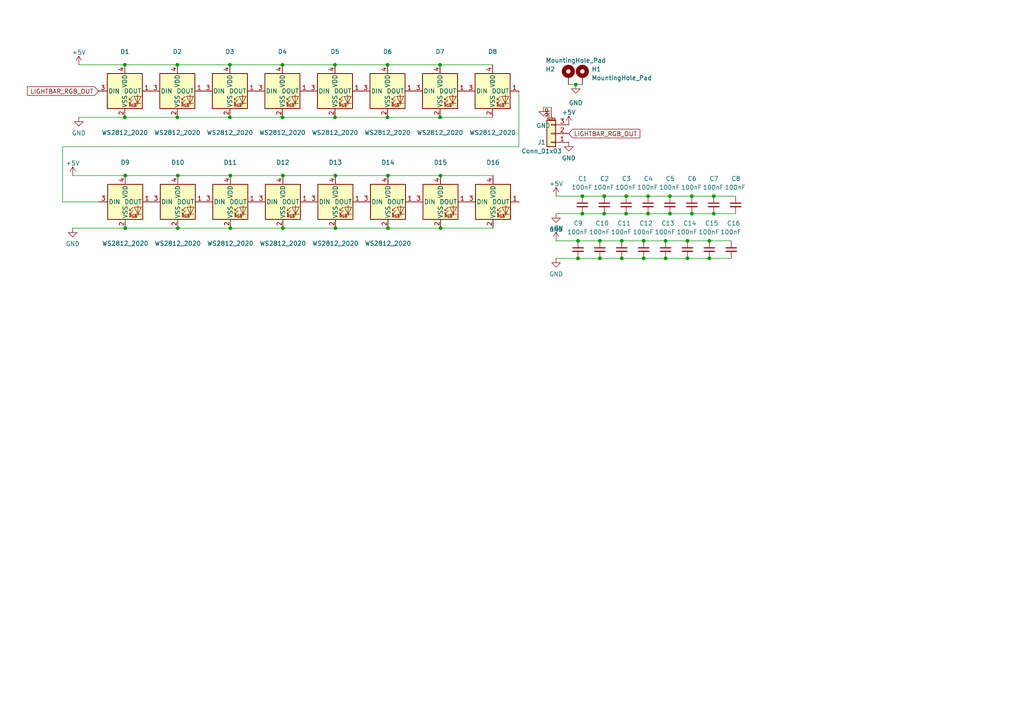
<source format=kicad_sch>
(kicad_sch (version 20230221) (generator eeschema)
  (paper "A4")
  (lib_symbols
    (symbol "Connector_Generic_MountingPin:Conn_01x03_MountingPin" (pin_names (offset 1.016) hide)
      (property "Reference" "J" (at 0 5.08 0))
      (property "Value" "Conn_01x03_MountingPin" (at 1.27 -5.08 0))
      (symbol "Conn_01x03_MountingPin_1_1"
        (rectangle (start -1.27 -2.413) (end 0 -2.667) (stroke (width 0.1524)))
        (rectangle (start -1.27 0.127) (end 0 -0.127) (stroke (width 0.1524)))
        (rectangle (start -1.27 2.667) (end 0 2.413) (stroke (width 0.1524)))
        (rectangle (start -1.27 3.81) (end 1.27 -3.81) (stroke (width 0.254)) (fill (type background)))
        (polyline (pts (xy -1.016 -4.572) (xy 1.016 -4.572)) (stroke (width 0.1524)))
        (text "Mounting" (at 0 -4.191 0) (effects (font (size 0.381 0.381))))
        (pin passive line (at -5.08 2.54 0) (length 3.81) (name "Pin_1") (number "1"))
        (pin passive line (at -5.08 0 0) (length 3.81) (name "Pin_2") (number "2"))
        (pin passive line (at -5.08 -2.54 0) (length 3.81) (name "Pin_3") (number "3"))
        (pin passive line (at 0 -7.62 90) (length 3.048) (name "MountPin") (number "MP"))
      )
    )
    (symbol "Device:C_Small" (pin_numbers hide) (pin_names (offset 0.254) hide)
      (property "Reference" "C" (at 0.254 1.778 0))
      (property "Value" "C_Small" (at 0.254 -2.032 0))
      (symbol "C_Small_0_1"
        (polyline (pts (xy -1.524 -0.508) (xy 1.524 -0.508)) (stroke (width 0.3302)))
        (polyline (pts (xy -1.524 0.508) (xy 1.524 0.508)) (stroke (width 0.3048)))
      )
      (symbol "C_Small_1_1"
        (pin passive line (at 0 2.54 270) (length 2.032) (name "~") (number "1"))
        (pin passive line (at 0 -2.54 90) (length 2.032) (name "~") (number "2"))
      )
    )
    (symbol "GND_1" (power) (pin_names (offset 0))
      (property "Value" "GND" (at 0 -3.81 0))
      (symbol "GND_1_0_1"
        (polyline (pts (xy 0 0) (xy 0 -1.27) (xy 1.27 -1.27) (xy 0 -2.54) (xy -1.27 -1.27) (xy 0 -1.27)))
      )
      (symbol "GND_1_1_1"
        (pin power_in line (at 0 0 270) (length 0) hide (name "GND") (number "1"))
      )
    )
    (symbol "Mechanical:MountingHole_Pad" (pin_numbers hide) (pin_names (offset 1.016) hide)
      (property "Reference" "H" (at 0 6.35 0))
      (property "Value" "MountingHole_Pad" (at 0 4.445 0))
      (symbol "MountingHole_Pad_0_1"
        (circle (center 0 1.27) (radius 1.27) (stroke (width 1.27)))
      )
      (symbol "MountingHole_Pad_1_1"
        (pin input line (at 0 -2.54 90) (length 2.54) (name "1") (number "1"))
      )
    )
    (symbol "marbastlib-various:WS2812_2020" (pin_names (offset 0.254))
      (property "Reference" "D" (at 5.08 5.715 0))
      (property "Value" "WS2812_2020" (at 1.27 -5.715 0))
      (symbol "WS2812_2020_0_0"
        (text "RGB" (at 2.286 -4.191 0) (effects (font (size 0.762 0.762))))
      )
      (symbol "WS2812_2020_0_1"
        (polyline (pts (xy 1.27 -3.556) (xy 1.778 -3.556)))
        (polyline (pts (xy 1.27 -2.54) (xy 1.778 -2.54)))
        (polyline (pts (xy 4.699 -3.556) (xy 2.667 -3.556)))
        (polyline (pts (xy 2.286 -2.54) (xy 1.27 -3.556) (xy 1.27 -3.048)))
        (polyline (pts (xy 2.286 -1.524) (xy 1.27 -2.54) (xy 1.27 -2.032)))
        (polyline (pts (xy 3.683 -1.016) (xy 3.683 -3.556) (xy 3.683 -4.064)))
        (polyline (pts (xy 4.699 -1.524) (xy 2.667 -1.524) (xy 3.683 -3.556) (xy 4.699 -1.524)))
        (rectangle (start 5.08 5.08) (end -5.08 -5.08) (stroke (width 0.254)) (fill (type background)))
      )
      (symbol "WS2812_2020_1_1"
        (pin output line (at 7.62 0 180) (length 2.54) (name "DOUT") (number "1"))
        (pin power_in line (at 0 -7.62 90) (length 2.54) (name "VSS") (number "2"))
        (pin input line (at -7.62 0 0) (length 2.54) (name "DIN") (number "3"))
        (pin power_in line (at 0 7.62 270) (length 2.54) (name "VDD") (number "4"))
      )
    )
    (symbol "power:+5V" (power) (pin_names (offset 0))
      (property "Value" "+5V" (at 0 3.556 0))
      (symbol "+5V_0_1"
        (polyline (pts (xy -0.762 1.27) (xy 0 2.54)))
        (polyline (pts (xy 0 0) (xy 0 2.54)))
        (polyline (pts (xy 0 2.54) (xy 0.762 1.27)))
      )
      (symbol "+5V_1_1"
        (pin power_in line (at 0 0 90) (length 0) hide (name "+5V") (number "1"))
      )
    )
    (symbol "power:GND" (power) (pin_names (offset 0))
      (property "Value" "GND" (at 0 -3.81 0))
      (symbol "GND_0_1"
        (polyline (pts (xy 0 0) (xy 0 -1.27) (xy 1.27 -1.27) (xy 0 -2.54) (xy -1.27 -1.27) (xy 0 -1.27)))
      )
      (symbol "GND_1_1"
        (pin power_in line (at 0 0 270) (length 0) hide (name "GND") (number "1"))
      )
    )
  )
  (junction (at 127.762 66.167))
  (junction (at 168.91 61.976))
  (junction (at 36.322 50.927))
  (junction (at 127.762 50.927))
  (junction (at 81.915 18.796))
  (junction (at 97.282 50.927))
  (junction (at 51.435 18.796))
  (junction (at 97.155 34.036))
  (junction (at 173.99 69.85))
  (junction (at 36.322 66.167))
  (junction (at 199.39 74.93))
  (junction (at 194.31 61.976))
  (junction (at 187.96 61.976))
  (junction (at 112.522 50.927))
  (junction (at 36.195 18.796))
  (junction (at 66.802 66.167))
  (junction (at 82.042 50.927))
  (junction (at 199.39 69.85))
  (junction (at 200.66 56.896))
  (junction (at 66.675 18.796))
  (junction (at 51.562 50.927))
  (junction (at 180.34 74.93))
  (junction (at 175.26 61.976))
  (junction (at 167.64 69.85))
  (junction (at 81.915 34.036))
  (junction (at 51.435 34.036))
  (junction (at 205.74 74.93))
  (junction (at 112.522 66.167))
  (junction (at 82.042 66.167))
  (junction (at 66.802 50.927))
  (junction (at 112.395 18.796))
  (junction (at 66.675 34.036))
  (junction (at 181.61 61.976))
  (junction (at 207.01 56.896))
  (junction (at 193.04 69.85))
  (junction (at 173.99 74.93))
  (junction (at 181.61 56.896))
  (junction (at 127.635 34.036))
  (junction (at 187.96 56.896))
  (junction (at 168.91 56.896))
  (junction (at 97.155 18.796))
  (junction (at 193.04 74.93))
  (junction (at 97.282 66.167))
  (junction (at 175.26 56.896))
  (junction (at 112.395 34.036))
  (junction (at 186.69 74.93))
  (junction (at 194.31 56.896))
  (junction (at 180.34 69.85))
  (junction (at 205.74 69.85))
  (junction (at 167.005 24.511))
  (junction (at 36.195 34.036))
  (junction (at 200.66 61.976))
  (junction (at 186.69 69.85))
  (junction (at 51.562 66.167))
  (junction (at 127.635 18.796))
  (junction (at 207.01 61.976))
  (junction (at 167.64 74.93))
  (wire (pts (xy 18.161 58.547) (xy 28.702 58.547)))
  (wire (pts (xy 187.96 56.896) (xy 194.31 56.896)))
  (wire (pts (xy 127.762 50.927) (xy 143.002 50.927)))
  (wire (pts (xy 97.282 50.927) (xy 112.522 50.927)))
  (wire (pts (xy 180.34 69.85) (xy 186.69 69.85)))
  (wire (pts (xy 127.635 18.796) (xy 112.395 18.796)))
  (wire (pts (xy 173.99 69.85) (xy 180.34 69.85)))
  (wire (pts (xy 97.155 18.796) (xy 81.915 18.796)))
  (wire (pts (xy 36.195 34.036) (xy 51.435 34.036)))
  (wire (pts (xy 82.042 50.927) (xy 97.282 50.927)))
  (wire (pts (xy 97.155 34.036) (xy 112.395 34.036)))
  (wire (pts (xy 200.66 56.896) (xy 207.01 56.896)))
  (wire (pts (xy 181.61 56.896) (xy 187.96 56.896)))
  (wire (pts (xy 168.91 56.896) (xy 175.26 56.896)))
  (wire (pts (xy 97.282 66.167) (xy 112.522 66.167)))
  (wire (pts (xy 193.04 74.93) (xy 199.39 74.93)))
  (wire (pts (xy 142.875 18.796) (xy 127.635 18.796)))
  (wire (pts (xy 157.607 31.115) (xy 159.893 31.115)))
  (wire (pts (xy 207.01 56.896) (xy 213.36 56.896)))
  (wire (pts (xy 167.005 24.511) (xy 168.91 24.511)))
  (wire (pts (xy 51.435 34.036) (xy 66.675 34.036)))
  (wire (pts (xy 205.74 69.85) (xy 212.09 69.85)))
  (wire (pts (xy 22.86 34.036) (xy 36.195 34.036)))
  (wire (pts (xy 207.01 61.976) (xy 213.36 61.976)))
  (wire (pts (xy 127.635 34.036) (xy 142.875 34.036)))
  (wire (pts (xy 205.74 74.93) (xy 212.09 74.93)))
  (wire (pts (xy 187.96 61.976) (xy 194.31 61.976)))
  (wire (pts (xy 161.29 56.896) (xy 168.91 56.896)))
  (wire (pts (xy 18.161 42.545) (xy 18.161 58.547)))
  (wire (pts (xy 161.29 69.85) (xy 167.64 69.85)))
  (wire (pts (xy 168.91 61.976) (xy 175.26 61.976)))
  (wire (pts (xy 150.495 26.416) (xy 150.495 42.545)))
  (wire (pts (xy 186.69 74.93) (xy 193.04 74.93)))
  (wire (pts (xy 164.846 24.511) (xy 167.005 24.511)))
  (wire (pts (xy 112.395 18.796) (xy 97.155 18.796)))
  (wire (pts (xy 82.042 66.167) (xy 97.282 66.167)))
  (wire (pts (xy 175.26 61.976) (xy 181.61 61.976)))
  (wire (pts (xy 66.802 66.167) (xy 82.042 66.167)))
  (wire (pts (xy 167.64 74.93) (xy 173.99 74.93)))
  (wire (pts (xy 81.915 18.796) (xy 66.675 18.796)))
  (wire (pts (xy 112.522 66.167) (xy 127.762 66.167)))
  (wire (pts (xy 186.69 69.85) (xy 193.04 69.85)))
  (wire (pts (xy 175.26 56.896) (xy 181.61 56.896)))
  (wire (pts (xy 181.61 61.976) (xy 187.96 61.976)))
  (wire (pts (xy 51.562 50.927) (xy 66.802 50.927)))
  (wire (pts (xy 51.435 18.796) (xy 36.195 18.796)))
  (wire (pts (xy 127.762 66.167) (xy 143.002 66.167)))
  (wire (pts (xy 112.395 34.036) (xy 127.635 34.036)))
  (wire (pts (xy 51.562 50.927) (xy 36.322 50.927)))
  (wire (pts (xy 36.322 66.167) (xy 51.562 66.167)))
  (wire (pts (xy 161.29 74.93) (xy 167.64 74.93)))
  (wire (pts (xy 199.39 74.93) (xy 205.74 74.93)))
  (wire (pts (xy 194.31 56.896) (xy 200.66 56.896)))
  (wire (pts (xy 112.522 50.927) (xy 127.762 50.927)))
  (wire (pts (xy 161.29 61.976) (xy 168.91 61.976)))
  (wire (pts (xy 66.802 50.927) (xy 82.042 50.927)))
  (wire (pts (xy 173.99 74.93) (xy 180.34 74.93)))
  (wire (pts (xy 180.34 74.93) (xy 186.69 74.93)))
  (wire (pts (xy 199.39 69.85) (xy 205.74 69.85)))
  (wire (pts (xy 36.195 18.796) (xy 22.86 18.796)))
  (wire (pts (xy 66.675 18.796) (xy 51.435 18.796)))
  (wire (pts (xy 194.31 61.976) (xy 200.66 61.976)))
  (wire (pts (xy 167.64 69.85) (xy 173.99 69.85)))
  (wire (pts (xy 81.915 34.036) (xy 97.155 34.036)))
  (wire (pts (xy 193.04 69.85) (xy 199.39 69.85)))
  (wire (pts (xy 200.66 61.976) (xy 207.01 61.976)))
  (wire (pts (xy 18.161 42.545) (xy 150.495 42.545)))
  (wire (pts (xy 21.082 66.167) (xy 36.322 66.167)))
  (wire (pts (xy 66.675 34.036) (xy 81.915 34.036)))
  (wire (pts (xy 51.562 66.167) (xy 66.802 66.167)))
  (wire (pts (xy 36.322 50.927) (xy 21.082 50.927)))
  (global_label "LIGHTBAR_RGB_OUT" (shape input) (at 164.973 38.735 0) (property "Intersheetrefs" "${INTERSHEET_REFS}" (effects hide)))
  (global_label "LIGHTBAR_RGB_OUT" (shape input) (at 28.575 26.416 180) (property "Intersheetrefs" "${INTERSHEET_REFS}" (effects hide)))
  (symbol (lib_id "power:GND") (at 161.29 74.93 0) (unit 1)
    (property "Reference" "#PWR012" (effects hide))
    (property "Value" "GND" (at 161.29 79.4925 0))
  )
  (symbol (lib_name "GND_1") (lib_id "power:GND") (at 157.607 31.115 0) (unit 1)
    (property "Reference" "#PWR05" (effects hide))
    (property "Value" "GND" (at 157.607 36.449 0))
  )
  (symbol (lib_id "Device:C_Small") (at 168.91 59.436 0) (unit 1)
    (property "Reference" "C1" (at 167.64 51.816 0) (effects (justify left)))
    (property "Value" "100nF" (at 165.735 54.356 0) (effects (justify left)))
    (property "Footprint" "Capacitor_SMD:C_0402_1005Metric" (effects hide))
    (property "LCSC" "C1525" (effects hide))
  )
  (symbol (lib_id "marbastlib-various:WS2812_2020") (at 97.282 58.547 0) (unit 1)
    (property "Reference" "D13" (at 97.282 47.117 0))
    (property "Value" "WS2812_2020" (at 97.282 70.612 0))
    (property "Footprint" "marbastlib-various:LED_WS2812_2020" (effects hide))
    (property "Datasheet" "https://www.world-semi.com/DownLoadFile/139" (effects hide))
  )
  (symbol (lib_id "marbastlib-various:WS2812_2020") (at 81.915 26.416 0) (unit 1)
    (property "Reference" "D4" (at 81.915 14.986 0))
    (property "Value" "WS2812_2020" (at 81.915 38.481 0))
    (property "Footprint" "marbastlib-various:LED_WS2812_2020" (effects hide))
    (property "Datasheet" "https://www.world-semi.com/DownLoadFile/139" (effects hide))
  )
  (symbol (lib_id "Device:C_Small") (at 212.09 72.39 0) (unit 1)
    (property "Reference" "C16" (at 210.82 64.77 0) (effects (justify left)))
    (property "Value" "100nF" (at 208.915 67.31 0) (effects (justify left)))
    (property "Footprint" "Capacitor_SMD:C_0402_1005Metric" (effects hide))
    (property "LCSC" "C1525" (effects hide))
  )
  (symbol (lib_id "Device:C_Small") (at 187.96 59.436 0) (unit 1)
    (property "Reference" "C4" (at 186.69 51.816 0) (effects (justify left)))
    (property "Value" "100nF" (at 184.785 54.356 0) (effects (justify left)))
    (property "Footprint" "Capacitor_SMD:C_0402_1005Metric" (effects hide))
    (property "LCSC" "C1525" (effects hide))
  )
  (symbol (lib_id "marbastlib-various:WS2812_2020") (at 127.635 26.416 0) (unit 1)
    (property "Reference" "D7" (at 127.635 14.986 0))
    (property "Value" "WS2812_2020" (at 127.635 38.481 0))
    (property "Footprint" "marbastlib-various:LED_WS2812_2020" (effects hide))
    (property "Datasheet" "https://www.world-semi.com/DownLoadFile/139" (effects hide))
  )
  (symbol (lib_id "power:GND") (at 164.973 41.275 0) (unit 1)
    (property "Reference" "#PWR019" (effects hide))
    (property "Value" "GND" (at 164.973 45.8375 0))
  )
  (symbol (lib_id "marbastlib-various:WS2812_2020") (at 66.675 26.416 0) (unit 1)
    (property "Reference" "D3" (at 66.675 14.986 0))
    (property "Value" "WS2812_2020" (at 66.675 38.481 0))
    (property "Footprint" "marbastlib-various:LED_WS2812_2020" (effects hide))
    (property "Datasheet" "https://www.world-semi.com/DownLoadFile/139" (effects hide))
  )
  (symbol (lib_id "Device:C_Small") (at 194.31 59.436 0) (unit 1)
    (property "Reference" "C5" (at 193.04 51.816 0) (effects (justify left)))
    (property "Value" "100nF" (at 191.135 54.356 0) (effects (justify left)))
    (property "Footprint" "Capacitor_SMD:C_0402_1005Metric" (effects hide))
    (property "LCSC" "C1525" (effects hide))
  )
  (symbol (lib_id "Device:C_Small") (at 181.61 59.436 0) (unit 1)
    (property "Reference" "C3" (at 180.34 51.816 0) (effects (justify left)))
    (property "Value" "100nF" (at 178.435 54.356 0) (effects (justify left)))
    (property "Footprint" "Capacitor_SMD:C_0402_1005Metric" (effects hide))
    (property "LCSC" "C1525" (effects hide))
  )
  (symbol (lib_id "power:+5V") (at 22.86 18.796 0) (unit 1)
    (property "Reference" "#PWR01" (effects hide))
    (property "Value" "+5V" (at 22.86 15.1915 0))
  )
  (symbol (lib_id "Device:C_Small") (at 186.69 72.39 0) (unit 1)
    (property "Reference" "C12" (at 185.42 64.77 0) (effects (justify left)))
    (property "Value" "100nF" (at 183.515 67.31 0) (effects (justify left)))
    (property "Footprint" "Capacitor_SMD:C_0402_1005Metric" (effects hide))
    (property "LCSC" "C1525" (effects hide))
  )
  (symbol (lib_name "GND_1") (lib_id "power:GND") (at 167.005 24.511 0) (unit 1)
    (property "Reference" "#PWR017" (effects hide))
    (property "Value" "GND" (at 167.005 29.845 0))
  )
  (symbol (lib_id "power:GND") (at 22.86 34.036 0) (unit 1)
    (property "Reference" "#PWR02" (effects hide))
    (property "Value" "GND" (at 22.86 38.5985 0))
  )
  (symbol (lib_id "power:+5V") (at 21.082 50.927 0) (mirror y) (unit 1)
    (property "Reference" "#PWR03" (effects hide))
    (property "Value" "+5V" (at 21.082 47.3225 0))
  )
  (symbol (lib_id "marbastlib-various:WS2812_2020") (at 143.002 58.547 0) (unit 1)
    (property "Reference" "D16" (at 143.002 47.117 0))
    (property "Value" "WS2812_2020" (effects hide))
    (property "Footprint" "marbastlib-various:LED_WS2812_2020" (effects hide))
    (property "Datasheet" "https://www.world-semi.com/DownLoadFile/139" (effects hide))
  )
  (symbol (lib_id "power:GND") (at 161.29 61.976 0) (unit 1)
    (property "Reference" "#PWR010" (effects hide))
    (property "Value" "GND" (at 161.29 66.5385 0))
  )
  (symbol (lib_id "power:GND") (at 21.082 66.167 0) (mirror y) (unit 1)
    (property "Reference" "#PWR04" (effects hide))
    (property "Value" "GND" (at 21.082 70.7295 0))
  )
  (symbol (lib_id "Mechanical:MountingHole_Pad") (at 168.91 21.971 0) (unit 1)
    (property "Reference" "H1" (at 171.577 20.066 0) (effects (justify left)))
    (property "Value" "MountingHole_Pad" (at 171.577 22.606 0) (effects (justify left)))
    (property "Footprint" "MountingHole:MountingHole_3.2mm_M3_DIN965_Pad_TopBottom" (effects hide))
  )
  (symbol (lib_id "marbastlib-various:WS2812_2020") (at 82.042 58.547 0) (unit 1)
    (property "Reference" "D12" (at 82.042 47.117 0))
    (property "Value" "WS2812_2020" (at 82.042 70.612 0))
    (property "Footprint" "marbastlib-various:LED_WS2812_2020" (effects hide))
    (property "Datasheet" "https://www.world-semi.com/DownLoadFile/139" (effects hide))
  )
  (symbol (lib_id "marbastlib-various:WS2812_2020") (at 51.562 58.547 0) (unit 1)
    (property "Reference" "D10" (at 51.562 47.117 0))
    (property "Value" "WS2812_2020" (at 51.562 70.612 0))
    (property "Footprint" "marbastlib-various:LED_WS2812_2020" (effects hide))
    (property "Datasheet" "https://www.world-semi.com/DownLoadFile/139" (effects hide))
  )
  (symbol (lib_id "marbastlib-various:WS2812_2020") (at 112.395 26.416 0) (unit 1)
    (property "Reference" "D6" (at 112.395 14.986 0))
    (property "Value" "WS2812_2020" (at 112.395 38.481 0))
    (property "Footprint" "marbastlib-various:LED_WS2812_2020" (effects hide))
    (property "Datasheet" "https://www.world-semi.com/DownLoadFile/139" (effects hide))
  )
  (symbol (lib_id "marbastlib-various:WS2812_2020") (at 97.155 26.416 0) (unit 1)
    (property "Reference" "D5" (at 97.155 14.986 0))
    (property "Value" "WS2812_2020" (at 97.155 38.481 0))
    (property "Footprint" "marbastlib-various:LED_WS2812_2020" (effects hide))
    (property "Datasheet" "https://www.world-semi.com/DownLoadFile/139" (effects hide))
  )
  (symbol (lib_id "Device:C_Small") (at 200.66 59.436 0) (unit 1)
    (property "Reference" "C6" (at 199.39 51.816 0) (effects (justify left)))
    (property "Value" "100nF" (at 197.485 54.356 0) (effects (justify left)))
    (property "Footprint" "Capacitor_SMD:C_0402_1005Metric" (effects hide))
    (property "LCSC" "C1525" (effects hide))
  )
  (symbol (lib_id "marbastlib-various:WS2812_2020") (at 112.522 58.547 0) (unit 1)
    (property "Reference" "D14" (at 112.522 47.117 0))
    (property "Value" "WS2812_2020" (at 112.522 70.612 0))
    (property "Footprint" "marbastlib-various:LED_WS2812_2020" (effects hide))
    (property "Datasheet" "https://www.world-semi.com/DownLoadFile/139" (effects hide))
  )
  (symbol (lib_id "Connector_Generic_MountingPin:Conn_01x03_MountingPin") (at 159.893 38.735 180) (unit 1)
    (property "Reference" "J1" (at 157.099 41.275 0))
    (property "Value" "Conn_01x03" (at 157.099 43.815 0))
    (property "Footprint" "Connector_Molex:Molex_Pico-EZmate_78171-0003_1x03-1MP_P1.20mm_Vertical" (effects hide))
  )
  (symbol (lib_id "Device:C_Small") (at 199.39 72.39 0) (unit 1)
    (property "Reference" "C14" (at 198.12 64.77 0) (effects (justify left)))
    (property "Value" "100nF" (at 196.215 67.31 0) (effects (justify left)))
    (property "Footprint" "Capacitor_SMD:C_0402_1005Metric" (effects hide))
    (property "LCSC" "C1525" (effects hide))
  )
  (symbol (lib_id "marbastlib-various:WS2812_2020") (at 142.875 26.416 0) (unit 1)
    (property "Reference" "D8" (at 142.875 14.986 0))
    (property "Value" "WS2812_2020" (at 142.875 38.481 0))
    (property "Footprint" "marbastlib-various:LED_WS2812_2020" (effects hide))
    (property "Datasheet" "https://www.world-semi.com/DownLoadFile/139" (effects hide))
  )
  (symbol (lib_id "Device:C_Small") (at 175.26 59.436 0) (unit 1)
    (property "Reference" "C2" (at 173.99 51.816 0) (effects (justify left)))
    (property "Value" "100nF" (at 172.085 54.356 0) (effects (justify left)))
    (property "Footprint" "Capacitor_SMD:C_0402_1005Metric" (effects hide))
    (property "LCSC" "C1525" (effects hide))
  )
  (symbol (lib_id "power:+5V") (at 161.29 56.896 0) (unit 1)
    (property "Reference" "#PWR09" (effects hide))
    (property "Value" "+5V" (at 161.29 53.2915 0))
  )
  (symbol (lib_id "Device:C_Small") (at 173.99 72.39 0) (unit 1)
    (property "Reference" "C10" (at 172.72 64.77 0) (effects (justify left)))
    (property "Value" "100nF" (at 170.815 67.31 0) (effects (justify left)))
    (property "Footprint" "Capacitor_SMD:C_0402_1005Metric" (effects hide))
    (property "LCSC" "C1525" (effects hide))
  )
  (symbol (lib_id "marbastlib-various:WS2812_2020") (at 51.435 26.416 0) (unit 1)
    (property "Reference" "D2" (at 51.435 14.986 0))
    (property "Value" "WS2812_2020" (at 51.435 38.481 0))
    (property "Footprint" "marbastlib-various:LED_WS2812_2020" (effects hide))
    (property "Datasheet" "https://www.world-semi.com/DownLoadFile/139" (effects hide))
  )
  (symbol (lib_id "power:+5V") (at 164.973 36.195 0) (unit 1)
    (property "Reference" "#PWR018" (effects hide))
    (property "Value" "+5V" (at 164.973 32.5905 0))
  )
  (symbol (lib_id "Device:C_Small") (at 167.64 72.39 0) (unit 1)
    (property "Reference" "C9" (at 166.37 64.77 0) (effects (justify left)))
    (property "Value" "100nF" (at 164.465 67.31 0) (effects (justify left)))
    (property "Footprint" "Capacitor_SMD:C_0402_1005Metric" (effects hide))
    (property "LCSC" "C1525" (effects hide))
  )
  (symbol (lib_id "marbastlib-various:WS2812_2020") (at 127.762 58.547 0) (unit 1)
    (property "Reference" "D15" (at 127.762 47.117 0))
    (property "Value" "WS2812_2020" (effects hide))
    (property "Footprint" "marbastlib-various:LED_WS2812_2020" (effects hide))
    (property "Datasheet" "https://www.world-semi.com/DownLoadFile/139" (effects hide))
  )
  (symbol (lib_id "Device:C_Small") (at 193.04 72.39 0) (unit 1)
    (property "Reference" "C13" (at 191.77 64.77 0) (effects (justify left)))
    (property "Value" "100nF" (at 189.865 67.31 0) (effects (justify left)))
    (property "Footprint" "Capacitor_SMD:C_0402_1005Metric" (effects hide))
    (property "LCSC" "C1525" (effects hide))
  )
  (symbol (lib_id "Device:C_Small") (at 213.36 59.436 0) (unit 1)
    (property "Reference" "C8" (at 212.09 51.816 0) (effects (justify left)))
    (property "Value" "100nF" (at 210.185 54.356 0) (effects (justify left)))
    (property "Footprint" "Capacitor_SMD:C_0402_1005Metric" (effects hide))
    (property "LCSC" "C1525" (effects hide))
  )
  (symbol (lib_id "Device:C_Small") (at 205.74 72.39 0) (unit 1)
    (property "Reference" "C15" (at 204.47 64.77 0) (effects (justify left)))
    (property "Value" "100nF" (at 202.565 67.31 0) (effects (justify left)))
    (property "Footprint" "Capacitor_SMD:C_0402_1005Metric" (effects hide))
    (property "LCSC" "C1525" (effects hide))
  )
  (symbol (lib_id "Mechanical:MountingHole_Pad") (at 164.846 21.971 0) (unit 1)
    (property "Reference" "H2" (at 158.242 20.066 0) (effects (justify left)))
    (property "Value" "MountingHole_Pad" (at 158.242 17.526 0) (effects (justify left)))
    (property "Footprint" "MountingHole:MountingHole_3.2mm_M3_DIN965_Pad_TopBottom" (effects hide))
  )
  (symbol (lib_id "Device:C_Small") (at 180.34 72.39 0) (unit 1)
    (property "Reference" "C11" (at 179.07 64.77 0) (effects (justify left)))
    (property "Value" "100nF" (at 177.165 67.31 0) (effects (justify left)))
    (property "Footprint" "Capacitor_SMD:C_0402_1005Metric" (effects hide))
    (property "LCSC" "C1525" (effects hide))
  )
  (symbol (lib_id "Device:C_Small") (at 207.01 59.436 0) (unit 1)
    (property "Reference" "C7" (at 205.74 51.816 0) (effects (justify left)))
    (property "Value" "100nF" (at 203.835 54.356 0) (effects (justify left)))
    (property "Footprint" "Capacitor_SMD:C_0402_1005Metric" (effects hide))
    (property "LCSC" "C1525" (effects hide))
  )
  (symbol (lib_id "marbastlib-various:WS2812_2020") (at 36.195 26.416 0) (unit 1)
    (property "Reference" "D1" (at 36.195 14.986 0))
    (property "Value" "WS2812_2020" (at 36.195 38.481 0))
    (property "Footprint" "marbastlib-various:LED_WS2812_2020" (effects hide))
    (property "Datasheet" "https://www.world-semi.com/DownLoadFile/139" (effects hide))
  )
  (symbol (lib_id "power:+5V") (at 161.29 69.85 0) (unit 1)
    (property "Reference" "#PWR011" (effects hide))
    (property "Value" "+5V" (at 161.29 66.2455 0))
  )
  (symbol (lib_id "marbastlib-various:WS2812_2020") (at 36.322 58.547 0) (unit 1)
    (property "Reference" "D9" (at 36.322 47.117 0))
    (property "Value" "WS2812_2020" (at 36.322 70.612 0))
    (property "Footprint" "marbastlib-various:LED_WS2812_2020" (effects hide))
    (property "Datasheet" "https://www.world-semi.com/DownLoadFile/139" (effects hide))
  )
  (symbol (lib_id "marbastlib-various:WS2812_2020") (at 66.802 58.547 0) (unit 1)
    (property "Reference" "D11" (at 66.802 47.117 0))
    (property "Value" "WS2812_2020" (at 66.802 70.612 0))
    (property "Footprint" "marbastlib-various:LED_WS2812_2020" (effects hide))
    (property "Datasheet" "https://www.world-semi.com/DownLoadFile/139" (effects hide))
  )
)
</source>
